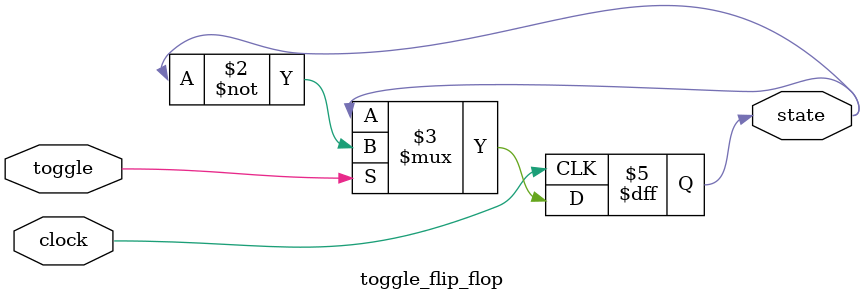
<source format=v>



module toggle_flip_flop (
  input      clock,
  input      toggle,
  output reg state
);

always @(posedge clock) begin
  if (toggle) state <= ~state;
end

endmodule

</source>
